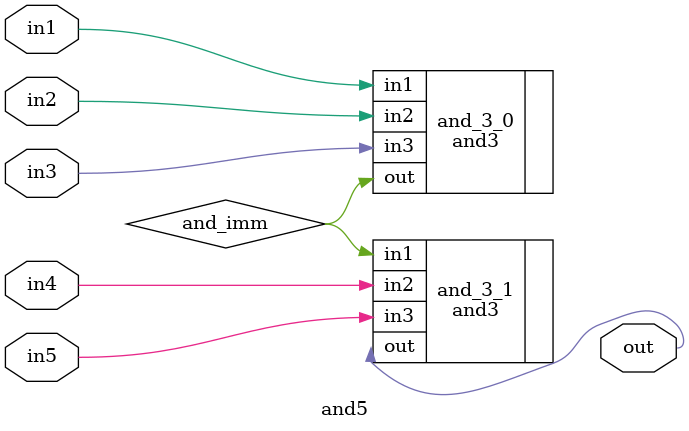
<source format=v>
/*
    CS/ECE 552 Spring '23
    Homework #1, Problem 2

    5 input AND
*/
`default_nettype none
module and5 (out,in1,in2,in3,in4,in5);
    output wire out;
    input wire in1,in2,in3,in4,in5;
	
	wire and_imm;
	and3 and_3_0(.in1(in1), .in2(in2), .in3(in3), .out(and_imm));
	and3 and_3_1(.out(out), .in1(and_imm), .in2(in4), .in3(in5));
	
endmodule
`default_nettype wire

</source>
